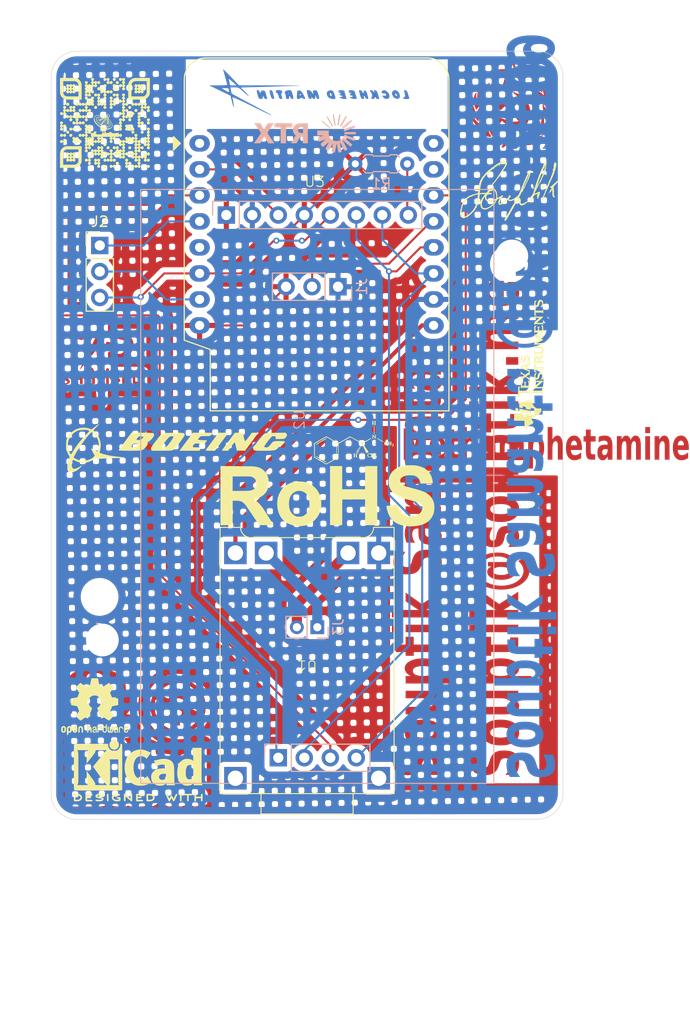
<source format=kicad_pcb>
(kicad_pcb (version 20241229) (generator "pcbnew") (generator_version "9.0")
  (layers (0 "F.Cu" signal) (2 "B.Cu" signal) (13 "F.Paste" user) (15 "B.Paste" user) (5 "F.SilkS" user "F.Silkscreen") (7 "B.SilkS" user "B.Silkscreen") (1 "F.Mask" user) (3 "B.Mask" user) (25 "Edge.Cuts" user))
  (net 0 "")
  (net 1 "GND")
  (net 2 "Net-(J3-Pin_2)")
  (net 3 "Net-(J3-Pin_1)")
  (net 4 "SIGD")
  (net 5 "SCK")
  (net 6 "VCC")
  (net 7 "IO1")
  (net 8 "IO4")
  (net 9 "IO5")
  (net 12 "5V")
  (net 13 "Net-(U2-LED)")
  (net 14 "MOSI")
  (net 15 "IO3")
  (net 16 "MISO")
  (net 17 "IO10")
  (net 21 "IO0")
  (footprint "Connector_PinHeader_2.54mm:PinHeader_1x03_P2.54mm_Vertical" (layer "F.Cu") (at 152.25 48.975)
    (property "Reference" "J2")
    (property "Value" "EXTRA PINS")
  )
  (footprint "asylum-weather:TP4056" (layer "F.Cu") (at 172.5 89.5 180)
    (property "Reference" "U1")
    (property "Value" "~")
  )
  (footprint "kicadlogos:isromaskf" (layer "F.Cu") (at 152.5 60.8)
    (property "Reference" "G***" (hide yes))
    (property "Value" "LOGO" (hide yes))
  )
  (footprint "kicadlogos:sign" (layer "F.Cu") (at 194.1 43.8)
    (property "Reference" "G***" (hide yes))
    (property "Value" "LOGO" (hide yes))
  )
  (footprint "Symbol:OSHW-Logo2_7.3x6mm_Copper" (layer "F.Cu") (at 151.75 94)
    (property "Reference" "REF**" (hide yes))
    (property "Value" "OSHW-Logo2_7.3x6mm_Copper" (hide yes))
  )
  (footprint "kicadlogos:communismsoldermask" (layer "F.Cu") (at 192.469675 35.40958)
    (property "Reference" "G***" (hide yes))
    (property "Value" "LOGO" (hide yes))
  )
  (footprint "kicadlogos:isro" (layer "F.Cu") (at 152.5 60.8)
    (property "Reference" "G***" (hide yes))
    (property "Value" "LOGO" (hide yes))
  )
  (footprint "kicadlogos:boeing" (layer "F.Cu") (at 159.7 68.4)
    (property "Reference" "G***" (hide yes))
    (property "Value" "LOGO" (hide yes))
  )
  (footprint "MountingHole:MountingHole_3.2mm_M3" (layer "F.Cu") (at 192.5 50)
    (property "Reference" "REF**" (hide yes))
    (property "Value" "MountingHole_3.2mm_M3")
  )
  (footprint "Symbol:Symbol_CC-Noncommercial_CopperTop_Small" (layer "F.Cu") (at 159.9 94)
    (property "Reference" "REF**" (hide yes))
    (property "Value" "Symbol_CC-Noncommercial_CopperTop_Small" (hide yes))
  )
  (footprint "asylum-weather:WEMOS_C3_mini" (layer "F.Cu") (at 173.43 46.5)
    (property "Reference" "U3")
    (property "Value" "WEMOS_C3_Mini")
  )
  (footprint "Symbol:KiCad-Logo2_5mm_Copper" (layer "F.Cu") (at 156 100.25)
    (property "Reference" "REF**" (hide yes))
    (property "Value" "KiCad-Logo2_5mm_Copper" (hide yes))
  )
  (footprint "Symbol:KiCad-Logo2_5mm_SilkScreen" (layer "F.Cu") (at 156 100.25)
    (property "Reference" "REF**" (hide yes))
    (property "Value" "KiCad-Logo2_5mm_SilkScreen" (hide yes))
  )
  (footprint "kicadlogos:meth" (layer "F.Cu") (at 177.1 68.2)
    (property "Reference" "G***" (hide yes))
    (property "Value" "LOGO" (hide yes))
  )
  (footprint "Symbol:RoHS-Logo_6mm_SilkScreen" (layer "F.Cu") (at 174.5 73.4)
    (property "Reference" "REF**" (hide yes))
    (property "Value" "RoHS-Logo_6mm_SilkScreen" (hide yes))
  )
  (footprint "kicadlogos:communismsoldermask" (layer "F.Cu") (at 192.5 35.4)
    (property "Reference" "G***" (hide yes))
    (property "Value" "LOGO" (hide yes))
  )
  (footprint "kicadlogos:texasTi" (layer "F.Cu") (at 194.1 60.6 90)
    (property "Reference" "G***" (hide yes))
    (property "Value" "LOGO" (hide yes))
  )
  (footprint "kicadlogos:website" (layer "F.Cu") (at 152.75 37)
    (property "Reference" "G***" (hide yes))
    (property "Value" "LOGO" (hide yes))
  )
  (footprint "MountingHole:MountingHole_3.2mm_M3" (layer "F.Cu") (at 152.5 87.5)
    (property "Reference" "REF**" (hide yes))
    (property "Value" "MountingHole_3.2mm_M3" (hide yes))
  )
  (footprint "Symbol:OSHW-Logo2_7.3x6mm_SilkScreen" (layer "F.Cu") (at 151.75 94)
    (property "Reference" "REF**" (hide yes))
    (property "Value" "OSHW-Logo2_7.3x6mm_SilkScreen" (hide yes))
  )
  (footprint "kicadlogos:lockheedsoldermask" (layer "B.Cu") (at 172.695233 34.385885 180)
    (property "Reference" "G***" (hide yes))
    (property "Value" "LOGO" (hide yes))
  )
  (footprint "PCM_Resistor_THT_AKL:R_Axial_DIN0204_L3.6mm_D1.6mm_P5.08mm_Horizontal" (layer "B.Cu") (at 177.21 41)
    (property "Reference" "R1")
    (property "Value" "10" (hide yes))
  )
  (footprint "asylum-weather:TFT_ST7735_SD" (layer "B.Cu") (at 173.25 66 -90)
    (property "Reference" "U2")
    (property "Value" "TFT_ST7735_SD")
  )
  (footprint "Connector_PinHeader_2.54mm:PinHeader_1x03_P2.54mm_Vertical" (layer "B.Cu") (at 175.525 53 90)
    (property "Reference" "J1")
    (property "Value" "dht11")
  )
  (footprint "Connector_PinHeader_2.00mm:PinHeader_1x02_P2.00mm_Vertical" (layer "B.Cu") (at 173.5 86.25 90)
    (property "Reference" "J3")
    (property "Value" "Conn_01x02_Pin")
  )
  (footprint "kicadlogos:Lockheedf.cu" (layer "B.Cu") (at 172.7 34.4 180)
    (property "Reference" "G***" (hide yes))
    (property "Value" "LOGO" (hide yes))
  )
  (footprint "kicadlogos:rtx" (layer "B.Cu") (at 172.3 38 180)
    (property "Reference" "G***" (hide yes))
    (property "Value" "LOGO" (hide yes))
  )
  (gr_line (start 147.5 102.75) (end 147.5 32.5) (stroke (width 0.05)) (layer "Edge.Cuts"))
  (gr_arc (start 150 105.012469) (mid 148.31412 104.362877) (end 147.5 102.75) (stroke (width 0.05)) (layer "Edge.Cuts"))
  (gr_line (start 150 30) (end 195 30) (stroke (width 0.05)) (layer "Edge.Cuts"))
  (gr_arc (start 195 30) (mid 196.767767 30.732233) (end 197.5 32.5) (stroke (width 0.05)) (layer "Edge.Cuts"))
  (gr_line (start 195 105) (end 150 105.012469) (stroke (width 0.05)) (layer "Edge.Cuts"))
  (gr_arc (start 147.5 32.5) (mid 148.232233 30.732233) (end 150 30) (stroke (width 0.05)) (layer "Edge.Cuts"))
  (gr_arc (start 197.5 102.5) (mid 196.767767 104.267767) (end 195 105) (stroke (width 0.05)) (layer "Edge.Cuts"))
  (gr_line (start 197.5 32.5) (end 197.5 102.5) (stroke (width 0.05)) (layer "Edge.Cuts"))
  (gr_text "Souptik Samanta\nSouptik@souptik.me" (at 193.9 101 90) (layer "F.Cu") (effects (font (size 4.5 3) (thickness 0.035714) (bold yes)) (justify left bottom)))
  (gr_text "Methamphetamine" (at 181.7 70.4 0) (layer "F.Cu") (effects (font (size 3 1.9) (thickness 0.035714) (bold yes)) (justify left bottom)))
  (gr_text "Souptik Samanta @04-09-2009\n" (at 191.3 101.2 270) (layer "B.Cu") (effects (font (size 4.5 3) (thickness 0.035714) (bold yes)) (justify left bottom mirror)))
  (segment (start 171.5 86.25) (end 171.5 84) (width 1) (layer "F.Cu") (net 2))
  (segment (start 171.5 84) (end 176.5 79) (width 1) (layer "F.Cu") (net 2))
  (segment (start 168.5 79) (end 173.5 84) (width 1) (layer "B.Cu") (net 3))
  (segment (start 173.5 84) (end 173.5 86.25) (width 1) (layer "B.Cu") (net 3))
  (segment (start 184.63 46.62) (end 184.86 46.62) (width 0.2) (layer "F.Cu") (net 4))
  (segment (start 173 50.75) (end 180.5 50.75) (width 0.2) (layer "F.Cu") (net 4))
  (segment (start 180.5 50.75) (end 184.63 46.62) (width 0.2) (layer "F.Cu") (net 4))
  (segment (start 173 52.985) (end 173 50.75) (width 0.2) (layer "F.Cu") (net 4))
  (segment (start 172.985 53) (end 173 52.985) (width 0.2) (layer "F.Cu") (net 4))
  (segment (start 184.86 51.7) (end 184.8 51.7) (width 0.2) (layer "B.Cu") (net 5))
  (segment (start 179.85 48.4) (end 179.85 46) (width 0.2) (layer "B.Cu") (net 5))
  (segment (start 184.8 51.7) (end 181.5 55) (width 0.2) (layer "B.Cu") (net 5))
  (segment (start 183.75 74.75) (end 183.75 92.56) (width 0.2) (layer "B.Cu") (net 5))
  (segment (start 183.75 92.56) (end 177.31 99) (width 0.2) (layer "B.Cu") (net 5))
  (segment (start 184.86 51.7) (end 183.15 51.7) (width 0.2) (layer "B.Cu") (net 5))
  (segment (start 183.15 51.7) (end 179.85 48.4) (width 0.2) (layer "B.Cu") (net 5))
  (segment (start 181.5 55) (end 181.5 72.5) (width 0.2) (layer "B.Cu") (net 5))
  (segment (start 181.5 72.5) (end 183.75 74.75) (width 0.2) (layer "B.Cu") (net 5))
  (segment (start 162 56.78) (end 166.665 56.78) (width 0.2) (layer "F.Cu") (net 6))
  (segment (start 170.445 47.805) (end 170.445 53) (width 0.2) (layer "F.Cu") (net 6))
  (segment (start 172.23 46.02) (end 170.445 47.805) (width 0.2) (layer "F.Cu") (net 6))
  (segment (start 166.665 56.78) (end 170.445 53) (width 0.2) (layer "F.Cu") (net 6))
  (segment (start 172.23 46) (end 172.23 46.02) (width 0.2) (layer "F.Cu") (net 6))
  (segment (start 172.23 45.98) (end 172.23 46) (width 0.2) (layer "B.Cu") (net 6))
  (segment (start 177.21 41) (end 172.23 45.98) (width 0.2) (layer "B.Cu") (net 6))
  (segment (start 156.225 48.975) (end 156.25 49) (width 0.2) (layer "B.Cu") (net 7))
  (segment (start 158.88 46.62) (end 162 46.62) (width 0.2) (layer "B.Cu") (net 7))
  (segment (start 156.5 49) (end 158.88 46.62) (width 0.2) (layer "B.Cu") (net 7))
  (segment (start 156.25 49) (end 156.5 49) (width 0.2) (layer "B.Cu") (net 7))
  (segment (start 152.25 48.975) (end 156.225 48.975) (width 0.2) (layer "B.Cu") (net 7))
  (segment (start 158.55 51.7) (end 162 51.7) (width 0.2) (layer "F.Cu") (net 8))
  (segment (start 156.25 54) (end 158.55 51.7) (width 0.2) (layer "F.Cu") (net 8))
  (segment (start 172.27 48.5) (end 172 48.5) (width 0.2) (layer "F.Cu") (net 8))
  (segment (start 169.25 48.5) (end 166.05 51.7) (width 0.2) (layer "F.Cu") (net 8))
  (segment (start 174.77 46) (end 172.27 48.5) (width 0.2) (layer "F.Cu") (net 8))
  (segment (start 166.05 51.7) (end 162 51.7) (width 0.2) (layer "F.Cu") (net 8))
  (segment (start 169.5 48.5) (end 169.25 48.5) (width 0.2) (layer "F.Cu") (net 8))
  (via (at 172 48.5) (size 0.6) (drill 0.3) (layers "F.Cu" "B.Cu") (net 8))
  (via (at 156.25 54) (size 0.6) (drill 0.3) (layers "F.Cu" "B.Cu") (net 8))
  (via (at 169.5 48.5) (size 0.6) (drill 0.3) (layers "F.Cu" "B.Cu") (net 8))
  (segment (start 172 48.5) (end 169.5 48.5) (width 0.2) (layer "B.Cu") (net 8))
  (segment (start 152.25 54.055) (end 156.195 54.055) (width 0.2) (layer "B.Cu") (net 8))
  (segment (start 156.195 54.055) (end 156.25 54) (width 0.2) (layer "B.Cu") (net 8))
  (segment (start 159.25 54.25) (end 159.26 54.24) (width 0.2) (layer "B.Cu") (net 9))
  (segment (start 156.015 51.515) (end 158.75 54.25) (width 0.2) (layer "B.Cu") (net 9))
  (segment (start 158.75 54.25) (end 159.25 54.25) (width 0.2) (layer "B.Cu") (net 9))
  (segment (start 159.26 54.24) (end 162 54.24) (width 0.2) (layer "B.Cu") (net 9))
  (segment (start 152.25 51.515) (end 156.015 51.515) (width 0.2) (layer "B.Cu") (net 9))
  (segment (start 165.5 75) (end 165.5 79) (width 0.4) (layer "F.Cu") (net 12))
  (segment (start 184.86 56.78) (end 183.72 56.78) (width 0.4) (layer "F.Cu") (net 12))
  (segment (start 183.72 56.78) (end 165.5 75) (width 0.4) (layer "F.Cu") (net 12))
  (segment (start 182.29 41) (end 182.29 45.9) (width 0.2) (layer "F.Cu") (net 13))
  (segment (start 182.29 45.9) (end 182.39 46) (width 0.2) (layer "F.Cu") (net 13))
  (segment (start 180.5 51.5) (end 181.25 51.5) (width 0.2) (layer "F.Cu") (net 14))
  (segment (start 181.25 51.5) (end 183.59 49.16) (width 0.2) (layer "F.Cu") (net 14))
  (segment (start 183.59 49.16) (end 184.86 49.16) (width 0.2) (layer "F.Cu") (net 14))
  (via (at 180.5 51.5) (size 0.6) (drill 0.3) (layers "F.Cu" "B.Cu") (net 14))
  (segment (start 172.23 98.27) (end 182.5 88) (width 0.2) (layer "B.Cu") (net 14))
  (segment (start 182.5 75.3171) (end 180.5 73.3171) (width 0.2) (layer "B.Cu") (net 14))
  (segment (start 177.31 46) (end 177.31 48.31) (width 0.2) (layer "B.Cu") (net 14))
  (segment (start 172.23 99) (end 172.23 98.27) (width 0.2) (layer "B.Cu") (net 14))
  (segment (start 182.5 88) (end 182.5 75.3171) (width 0.2) (layer "B.Cu") (net 14))
  (segment (start 177.31 48.31) (end 178.75 49.75) (width 0.2) (layer "B.Cu") (net 14))
  (segment (start 180.5 73.3171) (end 180.5 51.5) (width 0.2) (layer "B.Cu") (net 14))
  (segment (start 178.75 49.75) (end 180.5 51.5) (width 0.2) (layer "B.Cu") (net 14))
  (segment (start 165.23 41.54) (end 162 41.54) (width 0.2) (layer "F.Cu") (net 15))
  (segment (start 169.69 46) (end 165.23 41.54) (width 0.2) (layer "F.Cu") (net 15))
  (segment (start 157.5 45) (end 148.5 45) (width 0.2) (layer "F.Cu") (net 16))
  (segment (start 148.5 45) (end 148.5 55.8) (width 0.2) (layer "F.Cu") (net 16))
  (segment (start 158.42 44.08) (end 157.5 45) (width 0.2) (layer "F.Cu") (net 16))
  (segment (start 174.77 97.77) (end 174.77 99) (width 0.2) (layer "F.Cu") (net 16))
  (segment (start 157.9 55.8) (end 158.1 56) (width 0.2) (layer "F.Cu") (net 16))
  (segment (start 148.5 55.8) (end 157.9 55.8) (width 0.2) (layer "F.Cu") (net 16))
  (segment (start 158.1 56) (end 158.1 81.1) (width 0.2) (layer "F.Cu") (net 16))
  (segment (start 162 44.08) (end 158.42 44.08) (width 0.2) (layer "F.Cu") (net 16))
  (segment (start 158.1 81.1) (end 174.77 97.77) (width 0.2) (layer "F.Cu") (net 16))
  (segment (start 188 64) (end 188 45.3) (width 0.2) (layer "F.Cu") (net 17))
  (segment (start 188 45.3) (end 186.78 44.08) (width 0.2) (layer "F.Cu") (net 17))
  (segment (start 186 66) (end 188 64) (width 0.2) (layer "F.Cu") (net 17))
  (segment (start 186.78 44.08) (end 184.86 44.08) (width 0.2) (layer "F.Cu") (net 17))
  (segment (start 177.5 66) (end 186 66) (width 0.2) (layer "F.Cu") (net 17))
  (via (at 177.5 66) (size 0.6) (drill 0.3) (layers "F.Cu" "B.Cu") (net 17))
  (segment (start 169.69 99.31) (end 169.5 99.5) (width 0.2) (layer "B.Cu") (net 17))
  (segment (start 169.5 99.5) (end 169.5 90.5) (width 0.2) (layer "B.Cu") (net 17))
  (segment (start 169.69 99) (end 169.69 99.31) (width 0.2) (layer "B.Cu") (net 17))
  (segment (start 169.75 66) (end 177.5 66) (width 0.2) (layer "B.Cu") (net 17))
  (segment (start 161.75 82.75) (end 161.75 74) (width 0.2) (layer "B.Cu") (net 17))
  (segment (start 169.5 90.5) (end 162.25 83.25) (width 0.2) (layer "B.Cu") (net 17))
  (segment (start 161.75 74) (end 169.75 66) (width 0.2) (layer "B.Cu") (net 17))
  (segment (start 162.25 83.25) (end 161.75 82.75) (width 0.2) (layer "B.Cu") (net 17))
  (zone (net 6) (net_name "VCC") (layer "F.Cu") (priority 1) (connect_pads (clearance 0.5)) (min_thickness 0.25) (fill yes (mode hatch) (thermal_gap 0.5) (thermal_bridge_width 0.5) (hatch_thickness 0.7) (hatch_gap 0.6) (hatch_orientation 1) (hatch_smoothing_level 3) (hatch_smoothing_value 0.9) (hatch_border_algorithm hatch_thickness) (hatch_min_hole_area 0.3))
    (polygon (pts (xy 142.5 25) (xy 207.5 25) (xy 207.5 125) (xy 142.5 125)))
  )
  (zone (net 1) (net_name "GND") (layer "B.Cu") (connect_pads (clearance 0.5)) (min_thickness 0.25) (fill yes (mode hatch) (thermal_gap 0.5) (thermal_bridge_width 0.5) (hatch_thickness 0.7) (hatch_gap 0.6) (hatch_orientation 1) (hatch_smoothing_level 3) (hatch_smoothing_value 0.9) (hatch_border_algorithm hatch_thickness) (hatch_min_hole_area 0.3))
    (polygon (pts (xy 145 27.5) (xy 205 27.5) (xy 205 122.5) (xy 145 122.5) (xy 145 30)))
  )
)
</source>
